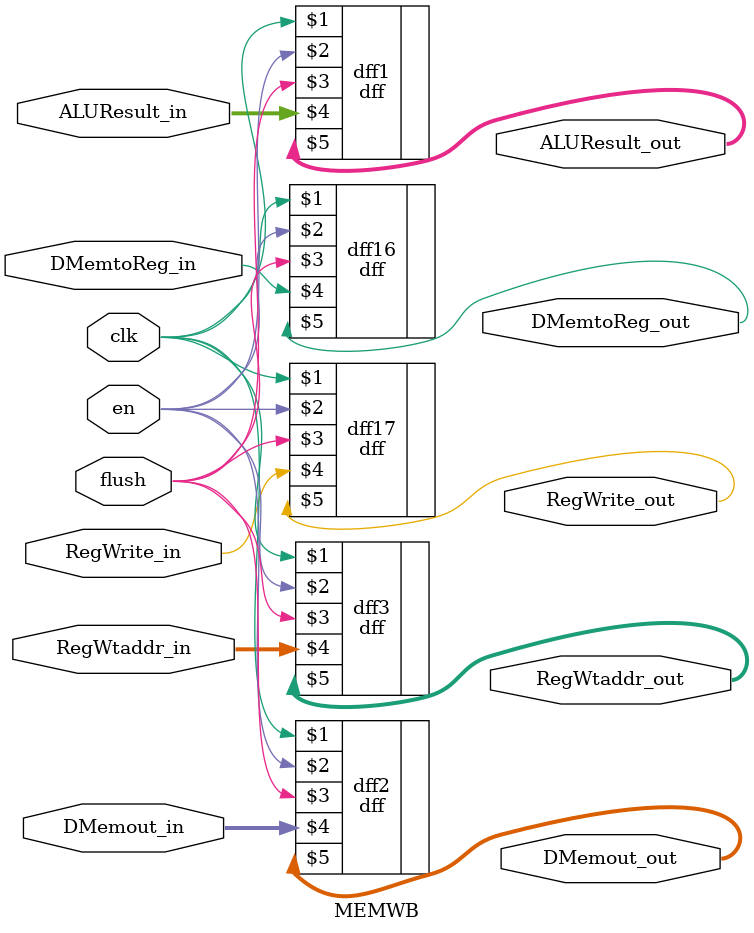
<source format=v>
`timescale 1ns / 1ps
module MEMWB(
    input clk,
	 input en,
	 input flush,
	 input [31:0] ALUResult_in,
	 input [31:0] DMemout_in,
	 input [4:0] RegWtaddr_in,
	 output [31:0] ALUResult_out,
	 output [31:0] DMemout_out,
	 output [4:0] RegWtaddr_out,
	 //control
	 input DMemtoReg_in,
	 input RegWrite_in,
	 output DMemtoReg_out,
	 output RegWrite_out
    );
	 dff dff1(clk,en,flush,ALUResult_in,ALUResult_out);
	 dff dff2(clk,en,flush,DMemout_in,DMemout_out);
	 dff #(5) dff3(clk,en,flush,RegWtaddr_in,RegWtaddr_out);
	
	 dff #(1) dff16(clk,en,flush,DMemtoReg_in,DMemtoReg_out);
	 dff #(1) dff17(clk,en,flush,RegWrite_in,RegWrite_out);
	/*
	always@(posedge clk)
	begin
		if(en) begin
			ALUResult_out <= ALUResult_in;
			DMemout_out <= DMemout_in;
		end
	end	
*/
endmodule

</source>
